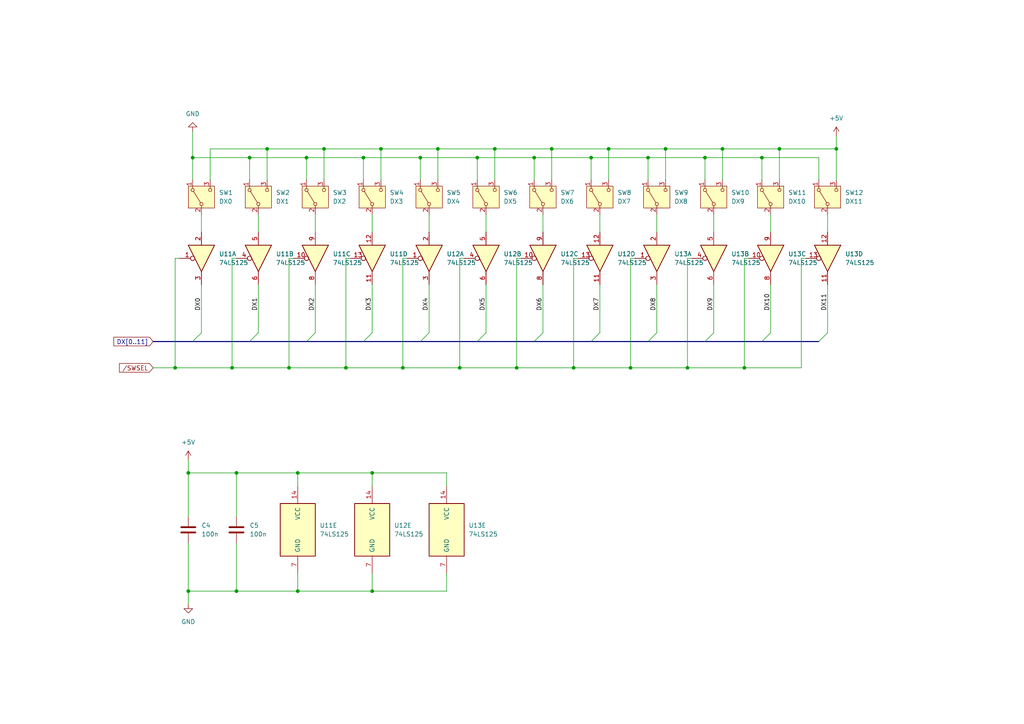
<source format=kicad_sch>
(kicad_sch (version 20250114) (generator "eeschema") (generator_version "9.0")
  (paper "A4")
  (lib_symbols
    (symbol "74xx:74LS125" (pin_names (offset 1.016))
      (property "Reference" "U" (at 0 1.27 0))
      (property "Value" "74LS125" (at 0 -1.27 0))
      (symbol "74LS125_1_0"
        (polyline (pts (xy -3.81 3.81) (xy -3.81 -3.81) (xy 3.81 0) (xy -3.81 3.81)) (stroke (width 0.254)) (fill (type background)))
        (pin input line (at -7.62 0 0) (length 3.81) (name "~") (number "2"))
        (pin input inverted (at 0 -6.35 90) (length 4.445) (name "~") (number "1"))
        (pin tri_state line (at 7.62 0 180) (length 3.81) (name "~") (number "3"))
      )
      (symbol "74LS125_2_0"
        (polyline (pts (xy -3.81 3.81) (xy -3.81 -3.81) (xy 3.81 0) (xy -3.81 3.81)) (stroke (width 0.254)) (fill (type background)))
        (pin input line (at -7.62 0 0) (length 3.81) (name "~") (number "5"))
        (pin input inverted (at 0 -6.35 90) (length 4.445) (name "~") (number "4"))
        (pin tri_state line (at 7.62 0 180) (length 3.81) (name "~") (number "6"))
      )
      (symbol "74LS125_3_0"
        (polyline (pts (xy -3.81 3.81) (xy -3.81 -3.81) (xy 3.81 0) (xy -3.81 3.81)) (stroke (width 0.254)) (fill (type background)))
        (pin input line (at -7.62 0 0) (length 3.81) (name "~") (number "9"))
        (pin input inverted (at 0 -6.35 90) (length 4.445) (name "~") (number "10"))
        (pin tri_state line (at 7.62 0 180) (length 3.81) (name "~") (number "8"))
      )
      (symbol "74LS125_4_0"
        (polyline (pts (xy -3.81 3.81) (xy -3.81 -3.81) (xy 3.81 0) (xy -3.81 3.81)) (stroke (width 0.254)) (fill (type background)))
        (pin input line (at -7.62 0 0) (length 3.81) (name "~") (number "12"))
        (pin input inverted (at 0 -6.35 90) (length 4.445) (name "~") (number "13"))
        (pin tri_state line (at 7.62 0 180) (length 3.81) (name "~") (number "11"))
      )
      (symbol "74LS125_5_0"
        (pin power_in line (at 0 12.7 270) (length 5.08) (name "VCC") (number "14"))
        (pin power_in line (at 0 -12.7 90) (length 5.08) (name "GND") (number "7"))
      )
      (symbol "74LS125_5_1"
        (rectangle (start -5.08 7.62) (end 5.08 -7.62) (stroke (width 0.254)) (fill (type background)))
      )
    )
    (symbol "Device:C" (pin_numbers (hide yes)) (pin_names (offset 0.254))
      (property "Reference" "C" (at 0.635 2.54 0))
      (property "Value" "C" (at 0.635 -2.54 0))
      (symbol "C_0_1"
        (polyline (pts (xy -2.032 0.762) (xy 2.032 0.762)) (stroke (width 0.508)))
        (polyline (pts (xy -2.032 -0.762) (xy 2.032 -0.762)) (stroke (width 0.508)))
      )
      (symbol "C_1_1"
        (pin passive line (at 0 3.81 270) (length 2.794) (name "~") (number "1"))
        (pin passive line (at 0 -3.81 90) (length 2.794) (name "~") (number "2"))
      )
    )
    (symbol "Switch:SW_SPDT" (pin_names (offset 0) (hide yes))
      (property "Reference" "SW" (at 0 5.08 0))
      (property "Value" "SW_SPDT" (at 0 -5.08 0))
      (symbol "SW_SPDT_0_1"
        (circle (center -2.032 0) (radius 0.4572))
        (polyline (pts (xy -1.651 0.254) (xy 1.651 2.286)))
        (circle (center 2.032 2.54) (radius 0.4572))
        (circle (center 2.032 -2.54) (radius 0.4572))
      )
      (symbol "SW_SPDT_1_1"
        (rectangle (start -3.175 3.81) (end 3.175 -3.81) (fill (type background)))
        (pin passive line (at -5.08 0 0) (length 2.54) (name "B") (number "2"))
        (pin passive line (at 5.08 2.54 180) (length 2.54) (name "A") (number "1"))
        (pin passive line (at 5.08 -2.54 180) (length 2.54) (name "C") (number "3"))
      )
    )
    (symbol "power:+5V" (power) (pin_numbers (hide yes)) (pin_names (offset 0) (hide yes))
      (property "Value" "+5V" (at 0 3.556 0))
      (symbol "+5V_0_1"
        (polyline (pts (xy -0.762 1.27) (xy 0 2.54)))
        (polyline (pts (xy 0 2.54) (xy 0.762 1.27)))
        (polyline (pts (xy 0 0) (xy 0 2.54)))
      )
      (symbol "+5V_1_1"
        (pin power_in line (at 0 0 90) (length 0) (name "~") (number "1"))
      )
    )
    (symbol "power:GND" (power) (pin_numbers (hide yes)) (pin_names (offset 0) (hide yes))
      (property "Value" "GND" (at 0 -3.81 0))
      (symbol "GND_0_1"
        (polyline (pts (xy 0 0) (xy 0 -1.27) (xy 1.27 -1.27) (xy 0 -2.54) (xy -1.27 -1.27) (xy 0 -1.27)))
      )
      (symbol "GND_1_1"
        (pin power_in line (at 0 0 270) (length 0) (name "~") (number "1"))
      )
    )
  )
  (junction (at 127 43.18))
  (junction (at 110.49 43.18))
  (junction (at 100.33 106.68))
  (junction (at 182.88 106.68))
  (junction (at 107.95 171.45))
  (junction (at 133.35 106.68))
  (junction (at 54.61 171.45))
  (junction (at 154.94 45.72))
  (junction (at 176.53 43.18))
  (junction (at 199.39 106.68))
  (junction (at 226.06 43.18))
  (junction (at 86.36 137.16))
  (junction (at 55.88 45.72))
  (junction (at 50.8 106.68))
  (junction (at 88.9 45.72))
  (junction (at 86.36 171.45))
  (junction (at 68.58 137.16))
  (junction (at 166.37 106.68))
  (junction (at 143.51 43.18))
  (junction (at 204.47 45.72))
  (junction (at 160.02 43.18))
  (junction (at 171.45 45.72))
  (junction (at 187.96 45.72))
  (junction (at 72.39 45.72))
  (junction (at 116.84 106.68))
  (junction (at 149.86 106.68))
  (junction (at 67.31 106.68))
  (junction (at 193.04 43.18))
  (junction (at 138.43 45.72))
  (junction (at 54.61 137.16))
  (junction (at 93.98 43.18))
  (junction (at 215.9 106.68))
  (junction (at 83.82 106.68))
  (junction (at 68.58 171.45))
  (junction (at 107.95 137.16))
  (junction (at 105.41 45.72))
  (junction (at 242.57 43.18))
  (junction (at 220.98 45.72))
  (junction (at 121.92 45.72))
  (junction (at 209.55 43.18))
  (junction (at 77.47 43.18))
  (bus_entry (at 190.5 96.52) (size -2.54 2.54))
  (bus_entry (at 55.88 99.06) (size 2.54 -2.54))
  (bus_entry (at 74.93 96.52) (size -2.54 2.54))
  (bus_entry (at 107.95 96.52) (size -2.54 2.54))
  (bus_entry (at 240.03 96.52) (size -2.54 2.54))
  (bus_entry (at 140.97 96.52) (size -2.54 2.54))
  (bus_entry (at 91.44 96.52) (size -2.54 2.54))
  (bus_entry (at 223.52 96.52) (size -2.54 2.54))
  (bus_entry (at 173.99 96.52) (size -2.54 2.54))
  (bus_entry (at 207.01 96.52) (size -2.54 2.54))
  (bus_entry (at 124.46 96.52) (size -2.54 2.54))
  (bus_entry (at 157.48 96.52) (size -2.54 2.54))
  (wire (pts (xy 83.82 74.93) (xy 85.09 74.93)))
  (wire (pts (xy 50.8 74.93) (xy 52.07 74.93)))
  (wire (pts (xy 138.43 45.72) (xy 138.43 52.07)))
  (wire (pts (xy 88.9 45.72) (xy 105.41 45.72)))
  (wire (pts (xy 93.98 43.18) (xy 110.49 43.18)))
  (wire (pts (xy 193.04 43.18) (xy 193.04 52.07)))
  (wire (pts (xy 54.61 171.45) (xy 68.58 171.45)))
  (wire (pts (xy 242.57 39.37) (xy 242.57 43.18)))
  (wire (pts (xy 83.82 106.68) (xy 83.82 74.93)))
  (wire (pts (xy 105.41 45.72) (xy 121.92 45.72)))
  (wire (pts (xy 121.92 45.72) (xy 138.43 45.72)))
  (wire (pts (xy 154.94 45.72) (xy 154.94 52.07)))
  (wire (pts (xy 86.36 137.16) (xy 86.36 140.97)))
  (wire (pts (xy 54.61 137.16) (xy 54.61 149.86)))
  (wire (pts (xy 67.31 74.93) (xy 68.58 74.93)))
  (wire (pts (xy 55.88 45.72) (xy 72.39 45.72)))
  (wire (pts (xy 187.96 45.72) (xy 187.96 52.07)))
  (wire (pts (xy 232.41 74.93) (xy 233.68 74.93)))
  (wire (pts (xy 116.84 74.93) (xy 118.11 74.93)))
  (wire (pts (xy 129.54 137.16) (xy 129.54 140.97)))
  (wire (pts (xy 77.47 43.18) (xy 93.98 43.18)))
  (bus (pts (xy 88.9 99.06) (xy 105.41 99.06)))
  (wire (pts (xy 173.99 62.23) (xy 173.99 67.31)))
  (wire (pts (xy 149.86 74.93) (xy 151.13 74.93)))
  (wire (pts (xy 209.55 43.18) (xy 226.06 43.18)))
  (wire (pts (xy 83.82 106.68) (xy 100.33 106.68)))
  (wire (pts (xy 220.98 45.72) (xy 220.98 52.07)))
  (bus (pts (xy 138.43 99.06) (xy 154.94 99.06)))
  (bus (pts (xy 105.41 99.06) (xy 121.92 99.06)))
  (wire (pts (xy 157.48 62.23) (xy 157.48 67.31)))
  (wire (pts (xy 166.37 106.68) (xy 182.88 106.68)))
  (wire (pts (xy 116.84 106.68) (xy 133.35 106.68)))
  (wire (pts (xy 240.03 82.55) (xy 240.03 96.52)))
  (wire (pts (xy 226.06 43.18) (xy 226.06 52.07)))
  (wire (pts (xy 74.93 82.55) (xy 74.93 96.52)))
  (wire (pts (xy 100.33 106.68) (xy 100.33 74.93)))
  (wire (pts (xy 138.43 45.72) (xy 154.94 45.72)))
  (wire (pts (xy 124.46 62.23) (xy 124.46 67.31)))
  (wire (pts (xy 149.86 106.68) (xy 149.86 74.93)))
  (bus (pts (xy 204.47 99.06) (xy 220.98 99.06)))
  (wire (pts (xy 215.9 106.68) (xy 232.41 106.68)))
  (wire (pts (xy 91.44 62.23) (xy 91.44 67.31)))
  (wire (pts (xy 166.37 106.68) (xy 166.37 74.93)))
  (wire (pts (xy 110.49 43.18) (xy 110.49 52.07)))
  (wire (pts (xy 199.39 106.68) (xy 199.39 74.93)))
  (wire (pts (xy 143.51 43.18) (xy 143.51 52.07)))
  (wire (pts (xy 166.37 74.93) (xy 167.64 74.93)))
  (wire (pts (xy 107.95 137.16) (xy 107.95 140.97)))
  (wire (pts (xy 187.96 45.72) (xy 204.47 45.72)))
  (bus (pts (xy 72.39 99.06) (xy 88.9 99.06)))
  (wire (pts (xy 133.35 74.93) (xy 134.62 74.93)))
  (wire (pts (xy 68.58 171.45) (xy 86.36 171.45)))
  (wire (pts (xy 127 43.18) (xy 127 52.07)))
  (wire (pts (xy 133.35 106.68) (xy 133.35 74.93)))
  (wire (pts (xy 50.8 106.68) (xy 67.31 106.68)))
  (wire (pts (xy 124.46 82.55) (xy 124.46 96.52)))
  (bus (pts (xy 121.92 99.06) (xy 138.43 99.06)))
  (wire (pts (xy 86.36 137.16) (xy 107.95 137.16)))
  (wire (pts (xy 140.97 82.55) (xy 140.97 96.52)))
  (wire (pts (xy 60.96 52.07) (xy 60.96 43.18)))
  (bus (pts (xy 154.94 99.06) (xy 171.45 99.06)))
  (wire (pts (xy 110.49 43.18) (xy 127 43.18)))
  (wire (pts (xy 107.95 137.16) (xy 129.54 137.16)))
  (wire (pts (xy 199.39 74.93) (xy 200.66 74.93)))
  (wire (pts (xy 54.61 157.48) (xy 54.61 171.45)))
  (wire (pts (xy 67.31 106.68) (xy 67.31 74.93)))
  (wire (pts (xy 116.84 106.68) (xy 116.84 74.93)))
  (wire (pts (xy 107.95 171.45) (xy 129.54 171.45)))
  (wire (pts (xy 93.98 43.18) (xy 93.98 52.07)))
  (wire (pts (xy 86.36 171.45) (xy 107.95 171.45)))
  (wire (pts (xy 215.9 106.68) (xy 215.9 74.93)))
  (wire (pts (xy 204.47 45.72) (xy 220.98 45.72)))
  (bus (pts (xy 171.45 99.06) (xy 187.96 99.06)))
  (wire (pts (xy 215.9 74.93) (xy 217.17 74.93)))
  (wire (pts (xy 54.61 137.16) (xy 68.58 137.16)))
  (wire (pts (xy 107.95 82.55) (xy 107.95 96.52)))
  (wire (pts (xy 86.36 166.37) (xy 86.36 171.45)))
  (wire (pts (xy 129.54 166.37) (xy 129.54 171.45)))
  (wire (pts (xy 232.41 106.68) (xy 232.41 74.93)))
  (bus (pts (xy 55.88 99.06) (xy 72.39 99.06)))
  (wire (pts (xy 176.53 43.18) (xy 176.53 52.07)))
  (wire (pts (xy 58.42 82.55) (xy 58.42 96.52)))
  (wire (pts (xy 100.33 106.68) (xy 116.84 106.68)))
  (wire (pts (xy 105.41 45.72) (xy 105.41 52.07)))
  (wire (pts (xy 133.35 106.68) (xy 149.86 106.68)))
  (wire (pts (xy 220.98 45.72) (xy 237.49 45.72)))
  (wire (pts (xy 157.48 82.55) (xy 157.48 96.52)))
  (wire (pts (xy 173.99 82.55) (xy 173.99 96.52)))
  (wire (pts (xy 160.02 43.18) (xy 176.53 43.18)))
  (wire (pts (xy 242.57 43.18) (xy 242.57 52.07)))
  (wire (pts (xy 171.45 45.72) (xy 171.45 52.07)))
  (bus (pts (xy 44.45 99.06) (xy 55.88 99.06)))
  (wire (pts (xy 176.53 43.18) (xy 193.04 43.18)))
  (wire (pts (xy 55.88 38.1) (xy 55.88 45.72)))
  (wire (pts (xy 171.45 45.72) (xy 187.96 45.72)))
  (wire (pts (xy 190.5 62.23) (xy 190.5 67.31)))
  (wire (pts (xy 68.58 137.16) (xy 68.58 149.86)))
  (wire (pts (xy 154.94 45.72) (xy 171.45 45.72)))
  (wire (pts (xy 204.47 45.72) (xy 204.47 52.07)))
  (wire (pts (xy 182.88 74.93) (xy 184.15 74.93)))
  (bus (pts (xy 220.98 99.06) (xy 237.49 99.06)))
  (wire (pts (xy 121.92 45.72) (xy 121.92 52.07)))
  (wire (pts (xy 223.52 62.23) (xy 223.52 67.31)))
  (wire (pts (xy 100.33 74.93) (xy 101.6 74.93)))
  (wire (pts (xy 193.04 43.18) (xy 209.55 43.18)))
  (wire (pts (xy 107.95 62.23) (xy 107.95 67.31)))
  (wire (pts (xy 182.88 106.68) (xy 182.88 74.93)))
  (wire (pts (xy 74.93 62.23) (xy 74.93 67.31)))
  (wire (pts (xy 199.39 106.68) (xy 215.9 106.68)))
  (wire (pts (xy 44.45 106.68) (xy 50.8 106.68)))
  (wire (pts (xy 237.49 45.72) (xy 237.49 52.07)))
  (wire (pts (xy 88.9 45.72) (xy 88.9 52.07)))
  (wire (pts (xy 160.02 43.18) (xy 160.02 52.07)))
  (wire (pts (xy 226.06 43.18) (xy 242.57 43.18)))
  (wire (pts (xy 207.01 82.55) (xy 207.01 96.52)))
  (wire (pts (xy 72.39 45.72) (xy 72.39 52.07)))
  (wire (pts (xy 182.88 106.68) (xy 199.39 106.68)))
  (wire (pts (xy 223.52 82.55) (xy 223.52 96.52)))
  (wire (pts (xy 50.8 106.68) (xy 50.8 74.93)))
  (wire (pts (xy 72.39 45.72) (xy 88.9 45.72)))
  (wire (pts (xy 107.95 166.37) (xy 107.95 171.45)))
  (wire (pts (xy 54.61 133.35) (xy 54.61 137.16)))
  (wire (pts (xy 58.42 62.23) (xy 58.42 67.31)))
  (wire (pts (xy 67.31 106.68) (xy 83.82 106.68)))
  (wire (pts (xy 140.97 62.23) (xy 140.97 67.31)))
  (wire (pts (xy 240.03 62.23) (xy 240.03 67.31)))
  (wire (pts (xy 60.96 43.18) (xy 77.47 43.18)))
  (wire (pts (xy 143.51 43.18) (xy 160.02 43.18)))
  (wire (pts (xy 190.5 82.55) (xy 190.5 96.52)))
  (wire (pts (xy 68.58 157.48) (xy 68.58 171.45)))
  (wire (pts (xy 91.44 82.55) (xy 91.44 96.52)))
  (wire (pts (xy 54.61 171.45) (xy 54.61 175.26)))
  (wire (pts (xy 68.58 137.16) (xy 86.36 137.16)))
  (wire (pts (xy 55.88 52.07) (xy 55.88 45.72)))
  (wire (pts (xy 149.86 106.68) (xy 166.37 106.68)))
  (bus (pts (xy 187.96 99.06) (xy 204.47 99.06)))
  (wire (pts (xy 127 43.18) (xy 143.51 43.18)))
  (wire (pts (xy 77.47 43.18) (xy 77.47 52.07)))
  (wire (pts (xy 209.55 43.18) (xy 209.55 52.07)))
  (wire (pts (xy 207.01 62.23) (xy 207.01 67.31)))
  (label "DX7" (at 173.99 90.17 90))
  (label "DX0" (at 58.42 90.17 90))
  (label "DX5" (at 140.97 90.17 90))
  (label "DX10" (at 223.52 90.17 90))
  (label "DX11" (at 240.03 90.17 90))
  (label "DX3" (at 107.95 90.17 90))
  (label "DX4" (at 124.46 90.17 90))
  (label "DX9" (at 207.01 90.17 90))
  (label "DX2" (at 91.44 90.17 90))
  (label "DX8" (at 190.5 90.17 90))
  (label "DX6" (at 157.48 90.17 90))
  (label "DX1" (at 74.93 90.17 90))
  (global_label "DX[0..11]" (shape input) (at 44.45 99.06 180) (property "Intersheetrefs" "${INTERSHEET_REFS}" (effects (hide yes))))
  (global_label "/SWSEL" (shape input) (at 44.45 106.68 180) (property "Intersheetrefs" "${INTERSHEET_REFS}" (effects (hide yes))))
  (symbol (lib_id "74xx:74LS125") (at 107.95 74.93 270) (unit 4)
    (property "Reference" "U11" (at 113.03 73.6599 90) (effects (justify left)))
    (property "Value" "74LS125" (at 113.03 76.1999 90) (effects (justify left)))
    (property "Footprint" "Package_SO:SO-14_3.9x8.65mm_P1.27mm" (effects (hide yes)))
    (property "Datasheet" "http://www.ti.com/lit/gpn/sn74LS125" (effects (hide yes)))
    (property "Description" "Quad buffer 3-State outputs" (effects (hide yes)))
  )
  (symbol (lib_id "74xx:74LS125") (at 129.54 153.67 0) (unit 5)
    (property "Reference" "U13" (at 135.89 152.3999 0) (effects (justify left)))
    (property "Value" "74LS125" (at 135.89 154.9399 0) (effects (justify left)))
    (property "Footprint" "Package_SO:SO-14_3.9x8.65mm_P1.27mm" (effects (hide yes)))
    (property "Datasheet" "http://www.ti.com/lit/gpn/sn74LS125" (effects (hide yes)))
    (property "Description" "Quad buffer 3-State outputs" (effects (hide yes)))
  )
  (symbol (lib_id "74xx:74LS125") (at 173.99 74.93 270) (unit 4)
    (property "Reference" "U12" (at 179.07 73.6599 90) (effects (justify left)))
    (property "Value" "74LS125" (at 179.07 76.1999 90) (effects (justify left)))
    (property "Footprint" "Package_SO:SO-14_3.9x8.65mm_P1.27mm" (effects (hide yes)))
    (property "Datasheet" "http://www.ti.com/lit/gpn/sn74LS125" (effects (hide yes)))
    (property "Description" "Quad buffer 3-State outputs" (effects (hide yes)))
  )
  (symbol (lib_id "Switch:SW_SPDT") (at 190.5 57.15 90) (unit 1)
    (property "Reference" "SW9" (at 195.58 55.8799 90) (effects (justify right)))
    (property "Value" "DX8" (at 195.58 58.4199 90) (effects (justify right)))
    (property "Footprint" "Connector_PinHeader_2.54mm:PinHeader_1x03_P2.54mm_Vertical" (effects (hide yes)))
    (property "Description" "Switch, single pole double throw" (effects (hide yes)))
  )
  (symbol (lib_id "74xx:74LS125") (at 140.97 74.93 270) (unit 2)
    (property "Reference" "U12" (at 146.05 73.6599 90) (effects (justify left)))
    (property "Value" "74LS125" (at 146.05 76.1999 90) (effects (justify left)))
    (property "Footprint" "Package_SO:SO-14_3.9x8.65mm_P1.27mm" (effects (hide yes)))
    (property "Datasheet" "http://www.ti.com/lit/gpn/sn74LS125" (effects (hide yes)))
    (property "Description" "Quad buffer 3-State outputs" (effects (hide yes)))
  )
  (symbol (lib_id "Device:C") (at 54.61 153.67 0) (unit 1)
    (property "Reference" "C4" (at 58.42 152.3999 0) (effects (justify left)))
    (property "Value" "100n" (at 58.42 154.9399 0) (effects (justify left)))
    (property "Footprint" "Capacitor_THT:C_Disc_D3.8mm_W2.6mm_P2.50mm" (effects (hide yes)))
    (property "Description" "Unpolarized capacitor" (effects (hide yes)))
  )
  (symbol (lib_id "Device:C") (at 68.58 153.67 0) (unit 1)
    (property "Reference" "C5" (at 72.39 152.3999 0) (effects (justify left)))
    (property "Value" "100n" (at 72.39 154.9399 0) (effects (justify left)))
    (property "Footprint" "Capacitor_THT:C_Disc_D3.8mm_W2.6mm_P2.50mm" (effects (hide yes)))
    (property "Description" "Unpolarized capacitor" (effects (hide yes)))
  )
  (symbol (lib_id "power:GND") (at 54.61 175.26 0) (unit 1)
    (property "Reference" "#PWR061" (effects (hide yes)))
    (property "Value" "GND" (at 54.61 180.34 0))
    (property "Description" "Power symbol creates a global label with name \"GND\" , ground" (effects (hide yes)))
  )
  (symbol (lib_id "Switch:SW_SPDT") (at 223.52 57.15 90) (unit 1)
    (property "Reference" "SW11" (at 228.6 55.8799 90) (effects (justify right)))
    (property "Value" "DX10" (at 228.6 58.4199 90) (effects (justify right)))
    (property "Footprint" "Connector_PinHeader_2.54mm:PinHeader_1x03_P2.54mm_Vertical" (effects (hide yes)))
    (property "Description" "Switch, single pole double throw" (effects (hide yes)))
  )
  (symbol (lib_id "74xx:74LS125") (at 207.01 74.93 270) (unit 2)
    (property "Reference" "U13" (at 212.09 73.6599 90) (effects (justify left)))
    (property "Value" "74LS125" (at 212.09 76.1999 90) (effects (justify left)))
    (property "Footprint" "Package_SO:SO-14_3.9x8.65mm_P1.27mm" (effects (hide yes)))
    (property "Datasheet" "http://www.ti.com/lit/gpn/sn74LS125" (effects (hide yes)))
    (property "Description" "Quad buffer 3-State outputs" (effects (hide yes)))
  )
  (symbol (lib_id "Switch:SW_SPDT") (at 240.03 57.15 90) (unit 1)
    (property "Reference" "SW12" (at 245.11 55.8799 90) (effects (justify right)))
    (property "Value" "DX11" (at 245.11 58.4199 90) (effects (justify right)))
    (property "Footprint" "Connector_PinHeader_2.54mm:PinHeader_1x03_P2.54mm_Vertical" (effects (hide yes)))
    (property "Description" "Switch, single pole double throw" (effects (hide yes)))
  )
  (symbol (lib_id "Switch:SW_SPDT") (at 74.93 57.15 90) (unit 1)
    (property "Reference" "SW2" (at 80.01 55.8799 90) (effects (justify right)))
    (property "Value" "DX1" (at 80.01 58.4199 90) (effects (justify right)))
    (property "Footprint" "Connector_PinHeader_2.54mm:PinHeader_1x03_P2.54mm_Vertical" (effects (hide yes)))
    (property "Description" "Switch, single pole double throw" (effects (hide yes)))
  )
  (symbol (lib_id "Switch:SW_SPDT") (at 58.42 57.15 90) (unit 1)
    (property "Reference" "SW1" (at 63.5 55.8799 90) (effects (justify right)))
    (property "Value" "DX0" (at 63.5 58.4199 90) (effects (justify right)))
    (property "Footprint" "Connector_PinHeader_2.54mm:PinHeader_1x03_P2.54mm_Vertical" (effects (hide yes)))
    (property "Description" "Switch, single pole double throw" (effects (hide yes)))
  )
  (symbol (lib_id "74xx:74LS125") (at 74.93 74.93 270) (unit 2)
    (property "Reference" "U11" (at 80.01 73.6599 90) (effects (justify left)))
    (property "Value" "74LS125" (at 80.01 76.1999 90) (effects (justify left)))
    (property "Footprint" "Package_SO:SO-14_3.9x8.65mm_P1.27mm" (effects (hide yes)))
    (property "Datasheet" "http://www.ti.com/lit/gpn/sn74LS125" (effects (hide yes)))
    (property "Description" "Quad buffer 3-State outputs" (effects (hide yes)))
  )
  (symbol (lib_id "Switch:SW_SPDT") (at 91.44 57.15 90) (unit 1)
    (property "Reference" "SW3" (at 96.52 55.8799 90) (effects (justify right)))
    (property "Value" "DX2" (at 96.52 58.4199 90) (effects (justify right)))
    (property "Footprint" "Connector_PinHeader_2.54mm:PinHeader_1x03_P2.54mm_Vertical" (effects (hide yes)))
    (property "Description" "Switch, single pole double throw" (effects (hide yes)))
  )
  (symbol (lib_id "Switch:SW_SPDT") (at 140.97 57.15 90) (unit 1)
    (property "Reference" "SW6" (at 146.05 55.8799 90) (effects (justify right)))
    (property "Value" "DX5" (at 146.05 58.4199 90) (effects (justify right)))
    (property "Footprint" "Connector_PinHeader_2.54mm:PinHeader_1x03_P2.54mm_Vertical" (effects (hide yes)))
    (property "Description" "Switch, single pole double throw" (effects (hide yes)))
  )
  (symbol (lib_id "74xx:74LS125") (at 58.42 74.93 270) (unit 1)
    (property "Reference" "U11" (at 63.5 73.6599 90) (effects (justify left)))
    (property "Value" "74LS125" (at 63.5 76.1999 90) (effects (justify left)))
    (property "Footprint" "Package_SO:SO-14_3.9x8.65mm_P1.27mm" (effects (hide yes)))
    (property "Datasheet" "http://www.ti.com/lit/gpn/sn74LS125" (effects (hide yes)))
    (property "Description" "Quad buffer 3-State outputs" (effects (hide yes)))
  )
  (symbol (lib_id "power:+5V") (at 242.57 39.37 0) (unit 1)
    (property "Reference" "#PWR063" (effects (hide yes)))
    (property "Value" "+5V" (at 242.57 34.29 0))
    (property "Description" "Power symbol creates a global label with name \"+5V\"" (effects (hide yes)))
  )
  (symbol (lib_id "74xx:74LS125") (at 86.36 153.67 0) (unit 5)
    (property "Reference" "U11" (at 92.71 152.3999 0) (effects (justify left)))
    (property "Value" "74LS125" (at 92.71 154.9399 0) (effects (justify left)))
    (property "Footprint" "Package_SO:SO-14_3.9x8.65mm_P1.27mm" (effects (hide yes)))
    (property "Datasheet" "http://www.ti.com/lit/gpn/sn74LS125" (effects (hide yes)))
    (property "Description" "Quad buffer 3-State outputs" (effects (hide yes)))
  )
  (symbol (lib_id "74xx:74LS125") (at 157.48 74.93 270) (unit 3)
    (property "Reference" "U12" (at 162.56 73.6599 90) (effects (justify left)))
    (property "Value" "74LS125" (at 162.56 76.1999 90) (effects (justify left)))
    (property "Footprint" "Package_SO:SO-14_3.9x8.65mm_P1.27mm" (effects (hide yes)))
    (property "Datasheet" "http://www.ti.com/lit/gpn/sn74LS125" (effects (hide yes)))
    (property "Description" "Quad buffer 3-State outputs" (effects (hide yes)))
  )
  (symbol (lib_id "74xx:74LS125") (at 124.46 74.93 270) (unit 1)
    (property "Reference" "U12" (at 129.54 73.6599 90) (effects (justify left)))
    (property "Value" "74LS125" (at 129.54 76.1999 90) (effects (justify left)))
    (property "Footprint" "Package_SO:SO-14_3.9x8.65mm_P1.27mm" (effects (hide yes)))
    (property "Datasheet" "http://www.ti.com/lit/gpn/sn74LS125" (effects (hide yes)))
    (property "Description" "Quad buffer 3-State outputs" (effects (hide yes)))
  )
  (symbol (lib_id "Switch:SW_SPDT") (at 124.46 57.15 90) (unit 1)
    (property "Reference" "SW5" (at 129.54 55.8799 90) (effects (justify right)))
    (property "Value" "DX4" (at 129.54 58.4199 90) (effects (justify right)))
    (property "Footprint" "Connector_PinHeader_2.54mm:PinHeader_1x03_P2.54mm_Vertical" (effects (hide yes)))
    (property "Description" "Switch, single pole double throw" (effects (hide yes)))
  )
  (symbol (lib_id "74xx:74LS125") (at 223.52 74.93 270) (unit 3)
    (property "Reference" "U13" (at 228.6 73.6599 90) (effects (justify left)))
    (property "Value" "74LS125" (at 228.6 76.1999 90) (effects (justify left)))
    (property "Footprint" "Package_SO:SO-14_3.9x8.65mm_P1.27mm" (effects (hide yes)))
    (property "Datasheet" "http://www.ti.com/lit/gpn/sn74LS125" (effects (hide yes)))
    (property "Description" "Quad buffer 3-State outputs" (effects (hide yes)))
  )
  (symbol (lib_id "74xx:74LS125") (at 240.03 74.93 270) (unit 4)
    (property "Reference" "U13" (at 245.11 73.6599 90) (effects (justify left)))
    (property "Value" "74LS125" (at 245.11 76.1999 90) (effects (justify left)))
    (property "Footprint" "Package_SO:SO-14_3.9x8.65mm_P1.27mm" (effects (hide yes)))
    (property "Datasheet" "http://www.ti.com/lit/gpn/sn74LS125" (effects (hide yes)))
    (property "Description" "Quad buffer 3-State outputs" (effects (hide yes)))
  )
  (symbol (lib_id "Switch:SW_SPDT") (at 173.99 57.15 90) (unit 1)
    (property "Reference" "SW8" (at 179.07 55.8799 90) (effects (justify right)))
    (property "Value" "DX7" (at 179.07 58.4199 90) (effects (justify right)))
    (property "Footprint" "Connector_PinHeader_2.54mm:PinHeader_1x03_P2.54mm_Vertical" (effects (hide yes)))
    (property "Description" "Switch, single pole double throw" (effects (hide yes)))
  )
  (symbol (lib_id "power:GND") (at 55.88 38.1 180) (unit 1)
    (property "Reference" "#PWR062" (effects (hide yes)))
    (property "Value" "GND" (at 55.88 33.02 0))
    (property "Description" "Power symbol creates a global label with name \"GND\" , ground" (effects (hide yes)))
  )
  (symbol (lib_id "Switch:SW_SPDT") (at 107.95 57.15 90) (unit 1)
    (property "Reference" "SW4" (at 113.03 55.8799 90) (effects (justify right)))
    (property "Value" "DX3" (at 113.03 58.4199 90) (effects (justify right)))
    (property "Footprint" "Connector_PinHeader_2.54mm:PinHeader_1x03_P2.54mm_Vertical" (effects (hide yes)))
    (property "Description" "Switch, single pole double throw" (effects (hide yes)))
  )
  (symbol (lib_id "Switch:SW_SPDT") (at 207.01 57.15 90) (unit 1)
    (property "Reference" "SW10" (at 212.09 55.8799 90) (effects (justify right)))
    (property "Value" "DX9" (at 212.09 58.4199 90) (effects (justify right)))
    (property "Footprint" "Connector_PinHeader_2.54mm:PinHeader_1x03_P2.54mm_Vertical" (effects (hide yes)))
    (property "Description" "Switch, single pole double throw" (effects (hide yes)))
  )
  (symbol (lib_id "74xx:74LS125") (at 107.95 153.67 0) (unit 5)
    (property "Reference" "U12" (at 114.3 152.3999 0) (effects (justify left)))
    (property "Value" "74LS125" (at 114.3 154.9399 0) (effects (justify left)))
    (property "Footprint" "Package_SO:SO-14_3.9x8.65mm_P1.27mm" (effects (hide yes)))
    (property "Datasheet" "http://www.ti.com/lit/gpn/sn74LS125" (effects (hide yes)))
    (property "Description" "Quad buffer 3-State outputs" (effects (hide yes)))
  )
  (symbol (lib_id "74xx:74LS125") (at 91.44 74.93 270) (unit 3)
    (property "Reference" "U11" (at 96.52 73.6599 90) (effects (justify left)))
    (property "Value" "74LS125" (at 96.52 76.1999 90) (effects (justify left)))
    (property "Footprint" "Package_SO:SO-14_3.9x8.65mm_P1.27mm" (effects (hide yes)))
    (property "Datasheet" "http://www.ti.com/lit/gpn/sn74LS125" (effects (hide yes)))
    (property "Description" "Quad buffer 3-State outputs" (effects (hide yes)))
  )
  (symbol (lib_id "power:+5V") (at 54.61 133.35 0) (unit 1)
    (property "Reference" "#PWR060" (effects (hide yes)))
    (property "Value" "+5V" (at 54.61 128.27 0))
    (property "Description" "Power symbol creates a global label with name \"+5V\"" (effects (hide yes)))
  )
  (symbol (lib_id "74xx:74LS125") (at 190.5 74.93 270) (unit 1)
    (property "Reference" "U13" (at 195.58 73.6599 90) (effects (justify left)))
    (property "Value" "74LS125" (at 195.58 76.1999 90) (effects (justify left)))
    (property "Footprint" "Package_SO:SO-14_3.9x8.65mm_P1.27mm" (effects (hide yes)))
    (property "Datasheet" "http://www.ti.com/lit/gpn/sn74LS125" (effects (hide yes)))
    (property "Description" "Quad buffer 3-State outputs" (effects (hide yes)))
  )
  (symbol (lib_id "Switch:SW_SPDT") (at 157.48 57.15 90) (unit 1)
    (property "Reference" "SW7" (at 162.56 55.8799 90) (effects (justify right)))
    (property "Value" "DX6" (at 162.56 58.4199 90) (effects (justify right)))
    (property "Footprint" "Connector_PinHeader_2.54mm:PinHeader_1x03_P2.54mm_Vertical" (effects (hide yes)))
    (property "Description" "Switch, single pole double throw" (effects (hide yes)))
  )
)
</source>
